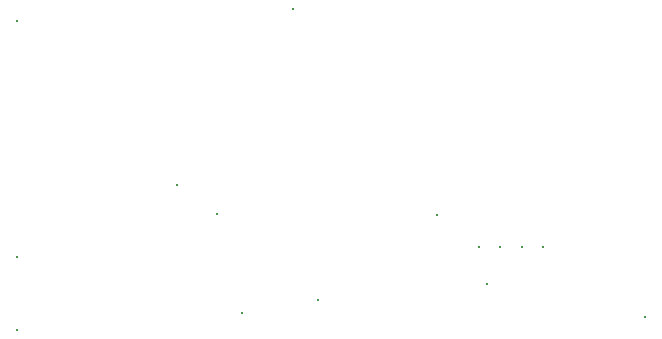
<source format=gbr>
%TF.GenerationSoftware,Altium Limited,Altium Designer,20.0.13 (296)*%
G04 Layer_Color=0*
%FSLAX26Y26*%
%MOIN*%
%TF.FileFunction,Plated,2,3,Blind,Drill*%
%TF.Part,Single*%
G01*
G75*
%TA.AperFunction,ViaDrill,NotFilled*%
%ADD346C,0.007874*%
D346*
X392717Y62402D02*
D03*
X2486220Y106244D02*
D03*
X1397638Y161417D02*
D03*
X1141732Y116976D02*
D03*
X1959547Y213835D02*
D03*
X392717Y304189D02*
D03*
X1061024Y448819D02*
D03*
X1314173Y1131890D02*
D03*
X925197Y544291D02*
D03*
X1791339Y445276D02*
D03*
X2003937Y338976D02*
D03*
X1933071D02*
D03*
X392717Y1091535D02*
D03*
X2145669Y338976D02*
D03*
X2074803D02*
D03*
%TF.MD5,d79f82f4a1cc6aa120b266b9b4be588d*%
M02*

</source>
